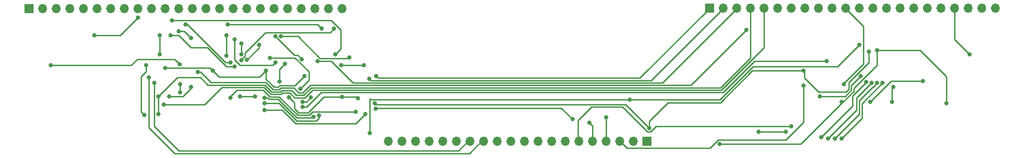
<source format=gbr>
%TF.GenerationSoftware,KiCad,Pcbnew,(6.0.0-0)*%
%TF.CreationDate,2022-01-11T21:33:16-05:00*%
%TF.ProjectId,gpr-controller-combined,6770722d-636f-46e7-9472-6f6c6c65722d,rev?*%
%TF.SameCoordinates,Original*%
%TF.FileFunction,Copper,L2,Bot*%
%TF.FilePolarity,Positive*%
%FSLAX46Y46*%
G04 Gerber Fmt 4.6, Leading zero omitted, Abs format (unit mm)*
G04 Created by KiCad (PCBNEW (6.0.0-0)) date 2022-01-11 21:33:16*
%MOMM*%
%LPD*%
G01*
G04 APERTURE LIST*
%TA.AperFunction,ComponentPad*%
%ADD10R,1.700000X1.700000*%
%TD*%
%TA.AperFunction,ComponentPad*%
%ADD11O,1.700000X1.700000*%
%TD*%
%TA.AperFunction,ViaPad*%
%ADD12C,0.800000*%
%TD*%
%TA.AperFunction,Conductor*%
%ADD13C,0.250000*%
%TD*%
G04 APERTURE END LIST*
D10*
%TO.P,J1,1,Pin_1*%
%TO.N,VCC*%
X165100000Y-72136000D03*
D11*
%TO.P,J1,2,Pin_2*%
%TO.N,GND*%
X162560000Y-72136000D03*
%TO.P,J1,3,Pin_3*%
%TO.N,~{GPR_READ}*%
X160020000Y-72136000D03*
%TO.P,J1,4,Pin_4*%
%TO.N,~{GPR_WRITE}*%
X157480000Y-72136000D03*
%TO.P,J1,5,Pin_5*%
%TO.N,CONTROL0*%
X154940000Y-72136000D03*
%TO.P,J1,6,Pin_6*%
%TO.N,CONTROL1*%
X152400000Y-72136000D03*
%TO.P,J1,7,Pin_7*%
%TO.N,CONTROL2*%
X149860000Y-72136000D03*
%TO.P,J1,8,Pin_8*%
%TO.N,CONTROL3*%
X147320000Y-72136000D03*
%TO.P,J1,9,Pin_9*%
%TO.N,CONTROL4*%
X144780000Y-72136000D03*
%TO.P,J1,10,Pin_10*%
%TO.N,CONTROL5*%
X142240000Y-72136000D03*
%TO.P,J1,11,Pin_11*%
%TO.N,CONTROL6*%
X139700000Y-72136000D03*
%TO.P,J1,12,Pin_12*%
%TO.N,CONTROL7*%
X137160000Y-72136000D03*
%TO.P,J1,13,Pin_13*%
%TO.N,CONTROL8*%
X134620000Y-72136000D03*
%TO.P,J1,14,Pin_14*%
%TO.N,CONTROL9*%
X132080000Y-72136000D03*
%TO.P,J1,15,Pin_15*%
%TO.N,CONTROL10*%
X129540000Y-72136000D03*
%TO.P,J1,16,Pin_16*%
%TO.N,CONTROL11*%
X127000000Y-72136000D03*
%TO.P,J1,17,Pin_17*%
%TO.N,CONTROL12*%
X124460000Y-72136000D03*
%TO.P,J1,18,Pin_18*%
%TO.N,CONTROL13*%
X121920000Y-72136000D03*
%TO.P,J1,19,Pin_19*%
%TO.N,CONTROL14*%
X119380000Y-72136000D03*
%TO.P,J1,20,Pin_20*%
%TO.N,CONTROL15*%
X116840000Y-72136000D03*
%TD*%
D10*
%TO.P,J2,1,Pin_1*%
%TO.N,E_EN*%
X49784000Y-47317000D03*
D11*
%TO.P,J2,2,Pin_2*%
%TO.N,~{E_OUT_BUS}*%
X52324000Y-47317000D03*
%TO.P,J2,3,Pin_3*%
%TO.N,~{E_OUT_LSB}*%
X54864000Y-47317000D03*
%TO.P,J2,4,Pin_4*%
%TO.N,~{E_OUT_MSB}*%
X57404000Y-47317000D03*
%TO.P,J2,5,Pin_5*%
%TO.N,D_EN*%
X59944000Y-47317000D03*
%TO.P,J2,6,Pin_6*%
%TO.N,~{D_OUT_BUS}*%
X62484000Y-47317000D03*
%TO.P,J2,7,Pin_7*%
%TO.N,~{D_OUT_LSB}*%
X65024000Y-47317000D03*
%TO.P,J2,8,Pin_8*%
%TO.N,~{D_OUT_MSB}*%
X67564000Y-47317000D03*
%TO.P,J2,9,Pin_9*%
%TO.N,C_EN*%
X70104000Y-47317000D03*
%TO.P,J2,10,Pin_10*%
%TO.N,~{C_OUT_BUS}*%
X72644000Y-47317000D03*
%TO.P,J2,11,Pin_11*%
%TO.N,~{C_OUT_LSB}*%
X75184000Y-47317000D03*
%TO.P,J2,12,Pin_12*%
%TO.N,~{C_OUT_MSB}*%
X77724000Y-47317000D03*
%TO.P,J2,13,Pin_13*%
%TO.N,A_EN*%
X80264000Y-47317000D03*
%TO.P,J2,14,Pin_14*%
%TO.N,~{A_OUT_BUS}*%
X82804000Y-47317000D03*
%TO.P,J2,15,Pin_15*%
%TO.N,~{A_OUT_LSB}*%
X85344000Y-47317000D03*
%TO.P,J2,16,Pin_16*%
%TO.N,~{A_OUT_MSB}*%
X87884000Y-47317000D03*
%TO.P,J2,17,Pin_17*%
%TO.N,S2_EN*%
X90424000Y-47317000D03*
%TO.P,J2,18,Pin_18*%
%TO.N,~{S2_OUT_BUS}*%
X92964000Y-47317000D03*
%TO.P,J2,19,Pin_19*%
%TO.N,~{S2_OUT_LSB}*%
X95504000Y-47317000D03*
%TO.P,J2,20,Pin_20*%
%TO.N,~{S2_OUT_MSB}*%
X98044000Y-47317000D03*
%TO.P,J2,21,Pin_21*%
%TO.N,S1_EN*%
X100584000Y-47317000D03*
%TO.P,J2,22,Pin_22*%
%TO.N,~{S1_OUT_BUS}*%
X103124000Y-47317000D03*
%TO.P,J2,23,Pin_23*%
%TO.N,~{S1_OUT_LSB}*%
X105664000Y-47317000D03*
%TO.P,J2,24,Pin_24*%
%TO.N,~{S1_OUT_MSB}*%
X108204000Y-47317000D03*
%TD*%
D10*
%TO.P,J3,1,Pin_1*%
%TO.N,TX_ADDR_OUT*%
X176779000Y-47244000D03*
D11*
%TO.P,J3,2,Pin_2*%
%TO.N,~{TX_ASSERT_MSB_MAIN}*%
X179319000Y-47244000D03*
%TO.P,J3,3,Pin_3*%
%TO.N,~{TX_ASSERT_LSB_MAIN}*%
X181859000Y-47244000D03*
%TO.P,J3,4,Pin_4*%
%TO.N,TX_LATCH_MSB*%
X184399000Y-47244000D03*
%TO.P,J3,5,Pin_5*%
%TO.N,TX_LATCH_LSB*%
X186939000Y-47244000D03*
%TO.P,J3,6,Pin_6*%
%TO.N,TX_BUS_SELECT*%
X189479000Y-47244000D03*
%TO.P,J3,7,Pin_7*%
%TO.N,~{BO_S3}*%
X192019000Y-47244000D03*
%TO.P,J3,8,Pin_8*%
%TO.N,~{LD_S3}*%
X194559000Y-47244000D03*
%TO.P,J3,9,Pin_9*%
%TO.N,~{INC_S3}*%
X197099000Y-47244000D03*
%TO.P,J3,10,Pin_10*%
%TO.N,~{DEC_S3}*%
X199639000Y-47244000D03*
%TO.P,J3,11,Pin_11*%
%TO.N,~{BO_S4}*%
X202179000Y-47244000D03*
%TO.P,J3,12,Pin_12*%
%TO.N,~{LD_S4}*%
X204719000Y-47244000D03*
%TO.P,J3,13,Pin_13*%
%TO.N,~{INC_S4}*%
X207259000Y-47244000D03*
%TO.P,J3,14,Pin_14*%
%TO.N,~{DEC_S4}*%
X209799000Y-47244000D03*
%TO.P,J3,15,Pin_15*%
%TO.N,~{BO_F}*%
X212339000Y-47244000D03*
%TO.P,J3,16,Pin_16*%
%TO.N,~{LD_F}*%
X214879000Y-47244000D03*
%TO.P,J3,17,Pin_17*%
%TO.N,~{INC_F}*%
X217419000Y-47244000D03*
%TO.P,J3,18,Pin_18*%
%TO.N,~{DEC_F}*%
X219959000Y-47244000D03*
%TO.P,J3,19,Pin_19*%
%TO.N,~{BO_G}*%
X222499000Y-47244000D03*
%TO.P,J3,20,Pin_20*%
%TO.N,~{LD_G}*%
X225039000Y-47244000D03*
%TO.P,J3,21,Pin_21*%
%TO.N,~{INC_G}*%
X227579000Y-47244000D03*
%TO.P,J3,22,Pin_22*%
%TO.N,~{DEC_G}*%
X230119000Y-47244000D03*
%TD*%
D12*
%TO.N,~{GPR_WRITE}*%
X157500000Y-67600000D03*
X161900000Y-64300000D03*
%TO.N,CONTROL0*%
X154350000Y-68650000D03*
%TO.N,VCC*%
X114300000Y-65024500D03*
X111200000Y-64100000D03*
X101200000Y-59900000D03*
X92000000Y-63700000D03*
X165500000Y-69624500D03*
X194300000Y-58900000D03*
%TO.N,GND*%
X178700000Y-72600000D03*
X114481195Y-66007442D03*
X151200000Y-68000000D03*
X53853000Y-57907000D03*
X100412760Y-62307042D03*
X94800000Y-56500000D03*
X100890970Y-64713750D03*
X102392396Y-63928210D03*
X77900000Y-57695500D03*
%TO.N,~{E_OUT_BUS}*%
X97536000Y-57658000D03*
X96526219Y-60978570D03*
%TO.N,~{E_OUT_LSB}*%
X112248866Y-57874500D03*
X108025026Y-57918294D03*
%TO.N,~{E_OUT_MSB}*%
X74168000Y-52324000D03*
X74168000Y-55880000D03*
%TO.N,~{D_OUT_MSB}*%
X88138000Y-58166000D03*
X76200000Y-52324000D03*
%TO.N,C_EN*%
X70104000Y-49022000D03*
X61976000Y-52324000D03*
%TO.N,~{C_OUT_BUS}*%
X80010000Y-52832000D03*
X89408000Y-53848000D03*
X89408000Y-55880000D03*
X77724000Y-51562000D03*
%TO.N,~{C_OUT_LSB}*%
X76454000Y-49530000D03*
X106934000Y-55880927D03*
%TO.N,~{C_OUT_MSB}*%
X78994000Y-50292000D03*
X87376000Y-57404000D03*
%TO.N,~{A_OUT_BUS}*%
X88138000Y-53086000D03*
X95745166Y-57403220D03*
%TO.N,~{A_OUT_LSB}*%
X86868000Y-50292000D03*
X104394000Y-51054000D03*
%TO.N,~{A_OUT_MSB}*%
X86614000Y-56134000D03*
X86614000Y-52324000D03*
%TO.N,~{S2_OUT_BUS}*%
X95761949Y-52515549D03*
X100702299Y-56777701D03*
%TO.N,~{S2_OUT_LSB}*%
X109580552Y-56425500D03*
X96774000Y-52503001D03*
%TO.N,~{S2_OUT_MSB}*%
X92710000Y-54102000D03*
X90451359Y-56894035D03*
%TO.N,~{S1_OUT_MSB}*%
X89454424Y-56965636D03*
X106694290Y-51076888D03*
%TO.N,TX_ADDR_OUT*%
X114554000Y-59944000D03*
%TO.N,~{TX_ASSERT_MSB_MAIN}*%
X113284000Y-60452000D03*
%TO.N,~{TX_ASSERT_LSB_MAIN}*%
X103632000Y-57150000D03*
%TO.N,TX_LATCH_MSB*%
X73914000Y-67056000D03*
X73914000Y-63754000D03*
%TO.N,TX_LATCH_LSB*%
X74930000Y-65278000D03*
%TO.N,TX_BUS_SELECT*%
X75946000Y-63754000D03*
X81280000Y-59182000D03*
X80010000Y-61976000D03*
X183642000Y-51308000D03*
%TO.N,~{BO_S4}*%
X201875500Y-61476211D03*
%TO.N,~{LD_S4}*%
X211074000Y-61976000D03*
X210820000Y-64770000D03*
%TO.N,~{BO_F}*%
X205034412Y-59890187D03*
X197358000Y-63754000D03*
%TO.N,~{LD_F}*%
X216624500Y-60879667D03*
X206756000Y-64770000D03*
%TO.N,~{BO_G}*%
X225298000Y-55880000D03*
%TO.N,CONTROL0*%
X112522000Y-67056000D03*
X185928000Y-70358000D03*
X191008000Y-70358000D03*
X93726000Y-66294000D03*
%TO.N,CONTROL1*%
X103886000Y-67324500D03*
X93726000Y-65024000D03*
X192024000Y-69342000D03*
%TO.N,CONTROL2*%
X93721701Y-64003701D03*
X102870000Y-67564000D03*
%TO.N,/~{BUS8_ASSERT_EN}*%
X100836213Y-65711752D03*
X198628000Y-57150000D03*
%TO.N,VCC*%
X71628000Y-57912000D03*
X93980000Y-58928000D03*
X206502000Y-55372000D03*
X108229022Y-63824500D03*
X75184000Y-58420000D03*
X84074000Y-58928000D03*
X98295441Y-63926505D03*
X89154000Y-63754000D03*
X71271000Y-67207000D03*
%TO.N,GND*%
X201422000Y-64770000D03*
X208026000Y-55118000D03*
X220980000Y-65024000D03*
%TO.N,/~{RR_BUS16_ASSERT_EN}*%
X110744000Y-66623948D03*
X87376000Y-64008000D03*
%TO.N,CONTROL8*%
X72136000Y-60198000D03*
%TO.N,CONTROL9*%
X73152000Y-61214000D03*
%TO.N,Net-(U5-Pad18)*%
X77978000Y-61468000D03*
X77978000Y-62992000D03*
%TO.N,~{GPR_WRITE}*%
X204724000Y-54102000D03*
X113418452Y-70600989D03*
%TO.N,CONTROL15*%
X209054988Y-61226988D03*
X201422000Y-71628000D03*
%TO.N,CONTROL14*%
X200152000Y-71628000D03*
X208039154Y-61218224D03*
%TO.N,CONTROL13*%
X207039687Y-61226723D03*
X198882000Y-71628000D03*
%TO.N,CONTROL12*%
X197612000Y-71374000D03*
X206030221Y-60993727D03*
%TO.N,~{GPR_READ}*%
X194310000Y-61722000D03*
%TD*%
D13*
%TO.N,~{GPR_WRITE}*%
X157480000Y-72136000D02*
X157480000Y-67620000D01*
X157480000Y-67620000D02*
X157500000Y-67600000D01*
X161900000Y-64300000D02*
X113561504Y-64300000D01*
%TO.N,CONTROL0*%
X154350000Y-68650000D02*
X154940000Y-69240000D01*
X154940000Y-69240000D02*
X154940000Y-72136000D01*
%TO.N,CONTROL1*%
X192024000Y-69342000D02*
X166807100Y-69342000D01*
X152290000Y-68210000D02*
X152290000Y-71907000D01*
X166807100Y-69342000D02*
X165800099Y-70349001D01*
X154800000Y-65700000D02*
X152290000Y-68210000D01*
X160550900Y-65700000D02*
X154800000Y-65700000D01*
X165800099Y-70349001D02*
X165199901Y-70349001D01*
X165199901Y-70349001D02*
X160550900Y-65700000D01*
%TO.N,VCC*%
X114300000Y-65024500D02*
X114525989Y-65250489D01*
X161125989Y-65250489D02*
X165500000Y-69624500D01*
X114525989Y-65250489D02*
X161125989Y-65250489D01*
X178800000Y-64900000D02*
X169000000Y-64900000D01*
X184800000Y-58900000D02*
X178800000Y-64900000D01*
X194300000Y-58900000D02*
X184800000Y-58900000D01*
X169000000Y-64900000D02*
X165500000Y-68400000D01*
X165500000Y-68400000D02*
X165500000Y-69624500D01*
%TO.N,~{GPR_WRITE}*%
X113418452Y-64156948D02*
X113418452Y-70600989D01*
%TO.N,GND*%
X151200000Y-68000000D02*
X149100000Y-65900000D01*
X114588637Y-65900000D02*
X114481195Y-66007442D01*
%TO.N,~{GPR_WRITE}*%
X184888797Y-58175499D02*
X178764296Y-64300000D01*
X113561504Y-64300000D02*
X113418452Y-64156948D01*
X200650501Y-58175499D02*
X184888797Y-58175499D01*
%TO.N,GND*%
X149100000Y-65900000D02*
X114588637Y-65900000D01*
%TO.N,~{GPR_WRITE}*%
X204724000Y-54102000D02*
X200650501Y-58175499D01*
X178764296Y-64300000D02*
X161900000Y-64300000D01*
%TO.N,VCC*%
X108229022Y-63824500D02*
X110924500Y-63824500D01*
X110924500Y-63824500D02*
X111200000Y-64100000D01*
X93980000Y-58928000D02*
X92808000Y-60100000D01*
X92808000Y-60100000D02*
X85246000Y-60100000D01*
X85246000Y-60100000D02*
X84074000Y-58928000D01*
%TO.N,CONTROL1*%
X93726000Y-65024000D02*
X96416888Y-65024000D01*
X99718888Y-68326000D02*
X103378000Y-68326000D01*
X96416888Y-65024000D02*
X99718888Y-68326000D01*
X103378000Y-68326000D02*
X103886000Y-67818000D01*
X103886000Y-67818000D02*
X103886000Y-67324500D01*
%TO.N,/~{RR_BUS16_ASSERT_EN}*%
X87376000Y-63754000D02*
X88558586Y-62571414D01*
X102735704Y-66600000D02*
X110720052Y-66600000D01*
%TO.N,VCC*%
X99300000Y-66000000D02*
X100100000Y-66800000D01*
%TO.N,CONTROL2*%
X102870000Y-67564000D02*
X102734980Y-67699020D01*
%TO.N,/~{RR_BUS16_ASSERT_EN}*%
X96462340Y-63798044D02*
X99913807Y-67249511D01*
X102086194Y-67249510D02*
X102735704Y-66600000D01*
X88558586Y-62571414D02*
X93528598Y-62571414D01*
%TO.N,VCC*%
X104875500Y-63824500D02*
X108229022Y-63824500D01*
%TO.N,CONTROL2*%
X94325181Y-64003701D02*
X93721701Y-64003701D01*
%TO.N,VCC*%
X99300000Y-64931064D02*
X99300000Y-66000000D01*
%TO.N,/~{RR_BUS16_ASSERT_EN}*%
X110720052Y-66600000D02*
X110744000Y-66623948D01*
X99913807Y-67249511D02*
X102086194Y-67249510D01*
%TO.N,CONTROL2*%
X102734980Y-67699020D02*
X99727612Y-67699020D01*
%TO.N,/~{RR_BUS16_ASSERT_EN}*%
X94755228Y-63798044D02*
X96462340Y-63798044D01*
%TO.N,CONTROL2*%
X96276147Y-64247555D02*
X94569034Y-64247554D01*
X94569034Y-64247554D02*
X94325181Y-64003701D01*
%TO.N,/~{RR_BUS16_ASSERT_EN}*%
X87376000Y-64008000D02*
X87376000Y-63754000D01*
X93528598Y-62571414D02*
X94755228Y-63798044D01*
%TO.N,CONTROL2*%
X99727612Y-67699020D02*
X96276147Y-64247555D01*
%TO.N,VCC*%
X100100000Y-66800000D02*
X101900000Y-66800000D01*
X98295441Y-63926505D02*
X99300000Y-64931064D01*
X101900000Y-66800000D02*
X104875500Y-63824500D01*
%TO.N,TX_LATCH_MSB*%
X96965275Y-62599021D02*
X97665275Y-62599021D01*
X98827609Y-62599017D02*
X99709645Y-63481053D01*
X99709645Y-63481053D02*
X101062788Y-63481053D01*
%TO.N,TX_BUS_SELECT*%
X99230624Y-62149506D02*
X100112660Y-63031542D01*
%TO.N,TX_LATCH_MSB*%
X97665275Y-62599021D02*
X97665278Y-62599018D01*
%TO.N,TX_BUS_SELECT*%
X81788000Y-59182000D02*
X83741469Y-61135469D01*
%TO.N,TX_LATCH_MSB*%
X184399000Y-56520704D02*
X184399000Y-47317000D01*
%TO.N,TX_BUS_SELECT*%
X97379087Y-62149507D02*
X97479078Y-62149510D01*
%TO.N,TX_LATCH_MSB*%
X101062788Y-63481053D02*
X102450863Y-62092978D01*
X93813572Y-61584980D02*
X95127612Y-62899020D01*
X96665276Y-62899020D02*
X96965275Y-62599021D01*
X95127612Y-62899020D02*
X96665276Y-62899020D01*
%TO.N,TX_BUS_SELECT*%
X173306533Y-61643467D02*
X183642000Y-51308000D01*
%TO.N,TX_LATCH_MSB*%
X178826726Y-62092978D02*
X184399000Y-56520704D01*
X83174980Y-61584980D02*
X93813572Y-61584980D01*
X73914000Y-63754000D02*
X77470000Y-60198000D01*
%TO.N,VCC*%
X99400004Y-61699996D02*
X96592894Y-61699996D01*
%TO.N,TX_BUS_SELECT*%
X102264670Y-61643467D02*
X173306533Y-61643467D01*
X100876594Y-63031543D02*
X102264670Y-61643467D01*
%TO.N,TX_LATCH_MSB*%
X81788000Y-60198000D02*
X83174980Y-61584980D01*
%TO.N,TX_BUS_SELECT*%
X100112660Y-63031542D02*
X100876594Y-63031543D01*
%TO.N,VCC*%
X96292889Y-62000000D02*
X95499998Y-61999998D01*
%TO.N,TX_BUS_SELECT*%
X97479081Y-62149507D02*
X99230624Y-62149506D01*
X97479078Y-62149510D02*
X97479081Y-62149507D01*
%TO.N,TX_LATCH_MSB*%
X102450863Y-62092978D02*
X178826726Y-62092978D01*
%TO.N,TX_BUS_SELECT*%
X83741469Y-61135469D02*
X93999766Y-61135470D01*
X96479082Y-62449510D02*
X96779082Y-62149510D01*
%TO.N,VCC*%
X101200000Y-59900000D02*
X99400004Y-61699996D01*
X96592894Y-61699996D02*
X96292889Y-62000000D01*
%TO.N,TX_BUS_SELECT*%
X95313805Y-62449509D02*
X96479082Y-62449510D01*
X93999766Y-61135470D02*
X95313805Y-62449509D01*
%TO.N,TX_LATCH_MSB*%
X97665278Y-62599018D02*
X98827609Y-62599017D01*
%TO.N,TX_BUS_SELECT*%
X96779082Y-62149510D02*
X97379084Y-62149510D01*
X97379084Y-62149510D02*
X97379087Y-62149507D01*
X81280000Y-59182000D02*
X81788000Y-59182000D01*
%TO.N,TX_LATCH_MSB*%
X77470000Y-60198000D02*
X81788000Y-60198000D01*
%TO.N,VCC*%
X95499998Y-61999998D02*
X93980000Y-60480000D01*
X93980000Y-60480000D02*
X93980000Y-58928000D01*
%TO.N,TX_LATCH_LSB*%
X102693216Y-62542488D02*
X179012920Y-62542488D01*
%TO.N,~{E_OUT_BUS}*%
X97536000Y-57658000D02*
X96526219Y-58667781D01*
X96526219Y-58667781D02*
X96526219Y-60978570D01*
%TO.N,TX_LATCH_LSB*%
X98445476Y-63048531D02*
X99346456Y-63949511D01*
X94941419Y-63348531D02*
X96851469Y-63348531D01*
X74930000Y-65278000D02*
X82551409Y-65278000D01*
X186939000Y-54616408D02*
X186939000Y-47317000D01*
X85794919Y-62034490D02*
X93627378Y-62034490D01*
X99346456Y-63949511D02*
X101286193Y-63949511D01*
X101286193Y-63949511D02*
X102693216Y-62542488D01*
X82551409Y-65278000D02*
X85794919Y-62034490D01*
X93627378Y-62034490D02*
X94941419Y-63348531D01*
X96851469Y-63348531D02*
X97151469Y-63048531D01*
X97151469Y-63048531D02*
X98445476Y-63048531D01*
X179012920Y-62542488D02*
X186939000Y-54616408D01*
%TO.N,GND*%
X94800000Y-56500000D02*
X99400000Y-56500000D01*
X99400000Y-56500000D02*
X102000000Y-59100000D01*
X102000000Y-59100000D02*
X102000000Y-60719802D01*
X102000000Y-60719802D02*
X100412760Y-62307042D01*
%TO.N,~{S2_OUT_BUS}*%
X99975088Y-56050490D02*
X100702299Y-56777701D01*
X99296890Y-56050490D02*
X99975088Y-56050490D01*
X95761949Y-52515549D02*
X99296890Y-56050490D01*
%TO.N,VCC*%
X89208000Y-63700000D02*
X89154000Y-63754000D01*
X92000000Y-63700000D02*
X89208000Y-63700000D01*
%TO.N,GND*%
X70000000Y-56800000D02*
X77004500Y-56800000D01*
X68893000Y-57907000D02*
X70000000Y-56800000D01*
X53853000Y-57907000D02*
X68893000Y-57907000D01*
X77004500Y-56800000D02*
X77900000Y-57695500D01*
%TO.N,VCC*%
X83566000Y-58420000D02*
X84074000Y-58928000D01*
X75184000Y-58420000D02*
X83566000Y-58420000D01*
X71628000Y-57912000D02*
X71628000Y-59072000D01*
X71628000Y-59072000D02*
X70700000Y-60000000D01*
X70700000Y-66636000D02*
X71271000Y-67207000D01*
X70700000Y-60000000D02*
X70700000Y-66636000D01*
X194500000Y-59100000D02*
X194300000Y-58900000D01*
X194500000Y-60300000D02*
X194500000Y-59100000D01*
%TO.N,CONTROL12*%
X206030221Y-61076891D02*
X206030221Y-60993727D01*
%TO.N,GND*%
X203699021Y-62772387D02*
X201701408Y-64770000D01*
%TO.N,VCC*%
X202800000Y-61100000D02*
X202800000Y-62400000D01*
%TO.N,GND*%
X208026000Y-55118000D02*
X208026000Y-57923199D01*
X203699022Y-62250177D02*
X203699021Y-62772387D01*
%TO.N,CONTROL12*%
X197612000Y-71374000D02*
X203454000Y-65532000D01*
%TO.N,VCC*%
X206502000Y-55372000D02*
X206502000Y-57398000D01*
%TO.N,~{BO_F}*%
X202081704Y-63754000D02*
X203249511Y-62586193D01*
%TO.N,GND*%
X201701408Y-64770000D02*
X201422000Y-64770000D01*
%TO.N,VCC*%
X206502000Y-57398000D02*
X203200000Y-60700000D01*
%TO.N,CONTROL12*%
X203454000Y-65532000D02*
X203454000Y-63653112D01*
%TO.N,~{BO_F}*%
X203249511Y-62586193D02*
X203249511Y-61675088D01*
%TO.N,VCC*%
X197100000Y-62900000D02*
X194500000Y-60300000D01*
%TO.N,~{BO_F}*%
X203249511Y-61675088D02*
X205034412Y-59890187D01*
X197358000Y-63754000D02*
X202081704Y-63754000D01*
%TO.N,GND*%
X208026000Y-57923199D02*
X203699022Y-62250177D01*
%TO.N,CONTROL12*%
X203454000Y-63653112D02*
X206030221Y-61076891D01*
%TO.N,VCC*%
X202800000Y-62400000D02*
X202300000Y-62900000D01*
%TO.N,~{BO_S4}*%
X205486000Y-57678296D02*
X201875500Y-61288796D01*
X201875500Y-61288796D02*
X201875500Y-61476211D01*
%TO.N,VCC*%
X202300000Y-62900000D02*
X199900000Y-62900000D01*
%TO.N,~{BO_S4}*%
X205486000Y-50624000D02*
X205486000Y-57678296D01*
X202179000Y-47317000D02*
X205486000Y-50624000D01*
%TO.N,VCC*%
X203200000Y-60700000D02*
X202800000Y-61100000D01*
X199900000Y-62900000D02*
X197100000Y-62900000D01*
%TO.N,~{GPR_READ}*%
X161353489Y-73350489D02*
X159910000Y-71907000D01*
X176924911Y-73350489D02*
X161353489Y-73350489D01*
X178399901Y-71875499D02*
X176924911Y-73350489D01*
X194310000Y-68580000D02*
X191014501Y-71875499D01*
%TO.N,GND*%
X201422000Y-64978000D02*
X195000000Y-71400000D01*
%TO.N,~{GPR_READ}*%
X194310000Y-61722000D02*
X194310000Y-68580000D01*
%TO.N,GND*%
X193800000Y-72600000D02*
X178700000Y-72600000D01*
X195000000Y-71400000D02*
X193800000Y-72600000D01*
%TO.N,~{GPR_READ}*%
X191014501Y-71875499D02*
X178399901Y-71875499D01*
%TO.N,GND*%
X201422000Y-64770000D02*
X201422000Y-64978000D01*
X208026000Y-55118000D02*
X216118000Y-55118000D01*
X216118000Y-55118000D02*
X220980000Y-59980000D01*
X220980000Y-59980000D02*
X220980000Y-65024000D01*
X100890970Y-64713750D02*
X101606856Y-64713750D01*
%TO.N,/~{BUS8_ASSERT_EN}*%
X198628000Y-57150000D02*
X185166000Y-57150000D01*
X104353206Y-62992000D02*
X101633454Y-65711752D01*
X185166000Y-57150000D02*
X179324000Y-62992000D01*
%TO.N,GND*%
X101606856Y-64713750D02*
X102392396Y-63928210D01*
%TO.N,/~{BUS8_ASSERT_EN}*%
X101633454Y-65711752D02*
X100836213Y-65711752D01*
X179324000Y-62992000D02*
X104353206Y-62992000D01*
%TO.N,~{E_OUT_LSB}*%
X112205072Y-57918294D02*
X112248866Y-57874500D01*
X108025026Y-57918294D02*
X112205072Y-57918294D01*
%TO.N,~{E_OUT_MSB}*%
X74168000Y-55880000D02*
X74168000Y-52324000D01*
%TO.N,~{D_OUT_MSB}*%
X80010000Y-54610000D02*
X81534000Y-54610000D01*
X76200000Y-52324000D02*
X77724000Y-52324000D01*
X87630000Y-58166000D02*
X88138000Y-58166000D01*
X86106000Y-57658000D02*
X86614000Y-58166000D01*
X77724000Y-52324000D02*
X79248000Y-53848000D01*
X79248000Y-53848000D02*
X80010000Y-54610000D01*
X81534000Y-54610000D02*
X83058000Y-54610000D01*
X83058000Y-54610000D02*
X86106000Y-57658000D01*
X86614000Y-58166000D02*
X87630000Y-58166000D01*
%TO.N,C_EN*%
X70104000Y-49022000D02*
X66802000Y-52324000D01*
X66802000Y-52324000D02*
X61976000Y-52324000D01*
%TO.N,~{C_OUT_BUS}*%
X78740000Y-51562000D02*
X80010000Y-52832000D01*
X89408000Y-55880000D02*
X89408000Y-53848000D01*
X77724000Y-51562000D02*
X78740000Y-51562000D01*
%TO.N,~{C_OUT_LSB}*%
X107950000Y-54864927D02*
X106934000Y-55880927D01*
X106172000Y-49530000D02*
X107950000Y-51308000D01*
X107950000Y-51308000D02*
X107950000Y-54864927D01*
X76454000Y-49530000D02*
X106172000Y-49530000D01*
%TO.N,~{C_OUT_MSB}*%
X86487704Y-57404000D02*
X87376000Y-57404000D01*
X79375704Y-50292000D02*
X86487704Y-57404000D01*
X78994000Y-50292000D02*
X79375704Y-50292000D01*
%TO.N,~{A_OUT_BUS}*%
X89162600Y-57912000D02*
X95236386Y-57912000D01*
X88138000Y-56887400D02*
X89162600Y-57912000D01*
X88138000Y-53086000D02*
X88138000Y-56887400D01*
X95236386Y-57912000D02*
X95745166Y-57403220D01*
%TO.N,~{A_OUT_LSB}*%
X103632000Y-50292000D02*
X104394000Y-51054000D01*
X86868000Y-50292000D02*
X103632000Y-50292000D01*
%TO.N,~{A_OUT_MSB}*%
X86614000Y-52324000D02*
X86614000Y-56134000D01*
%TO.N,~{S2_OUT_LSB}*%
X96774000Y-52503001D02*
X100009601Y-52503001D01*
X109400625Y-56605427D02*
X109580552Y-56425500D01*
X100009601Y-52503001D02*
X104112027Y-56605427D01*
X104112027Y-56605427D02*
X109400625Y-56605427D01*
%TO.N,~{S2_OUT_MSB}*%
X92710000Y-54102000D02*
X92710000Y-54635394D01*
X92710000Y-54635394D02*
X90451359Y-56894035D01*
%TO.N,~{S1_OUT_MSB}*%
X106694290Y-51076888D02*
X105992677Y-51778501D01*
X90132501Y-56180099D02*
X89454424Y-56858176D01*
X93933901Y-51778501D02*
X90132501Y-55579901D01*
X89454424Y-56858176D02*
X89454424Y-56965636D01*
X105992677Y-51778501D02*
X93933901Y-51778501D01*
X90132501Y-55579901D02*
X90132501Y-56180099D01*
%TO.N,TX_ADDR_OUT*%
X114904939Y-60294939D02*
X114554000Y-59944000D01*
X176779000Y-47317000D02*
X163801062Y-60294938D01*
X163801062Y-60294938D02*
X114904939Y-60294939D01*
%TO.N,~{TX_ASSERT_MSB_MAIN}*%
X179319000Y-47317000D02*
X165891551Y-60744449D01*
X113576449Y-60744449D02*
X113284000Y-60452000D01*
X165891551Y-60744449D02*
X113576449Y-60744449D01*
%TO.N,~{TX_ASSERT_LSB_MAIN}*%
X110218771Y-61193956D02*
X167982044Y-61193956D01*
X106174815Y-57150000D02*
X110218771Y-61193956D01*
X167982044Y-61193956D02*
X181859000Y-47317000D01*
X103632000Y-57150000D02*
X106174815Y-57150000D01*
%TO.N,TX_LATCH_MSB*%
X73914000Y-63754000D02*
X73914000Y-67056000D01*
%TO.N,TX_BUS_SELECT*%
X75946000Y-63754000D02*
X78486000Y-63754000D01*
X80010000Y-62230000D02*
X80010000Y-61976000D01*
X78486000Y-63754000D02*
X80010000Y-62230000D01*
%TO.N,~{LD_S4}*%
X210820000Y-62230000D02*
X210820000Y-64770000D01*
X211074000Y-61976000D02*
X210820000Y-62230000D01*
%TO.N,~{LD_F}*%
X206756000Y-64770000D02*
X210646333Y-60879667D01*
X210646333Y-60879667D02*
X216624500Y-60879667D01*
%TO.N,~{BO_G}*%
X225298000Y-55880000D02*
X222504000Y-53086000D01*
X222499000Y-51303000D02*
X222499000Y-47317000D01*
X222504000Y-53086000D02*
X222504000Y-51308000D01*
X222504000Y-51308000D02*
X222499000Y-51303000D01*
%TO.N,CONTROL0*%
X110744000Y-68834000D02*
X112522000Y-67056000D01*
X191008000Y-70358000D02*
X185928000Y-70358000D01*
X97028000Y-66294000D02*
X98044000Y-67310000D01*
X98044000Y-67310000D02*
X99568000Y-68834000D01*
X103886000Y-68834000D02*
X110744000Y-68834000D01*
X93726000Y-66294000D02*
X97028000Y-66294000D01*
X99568000Y-68834000D02*
X103886000Y-68834000D01*
%TO.N,CONTROL8*%
X131995000Y-74422000D02*
X134510000Y-71907000D01*
X76962000Y-74422000D02*
X131995000Y-74422000D01*
X72136000Y-69596000D02*
X76962000Y-74422000D01*
X72136000Y-60198000D02*
X72136000Y-69596000D01*
%TO.N,CONTROL9*%
X77724000Y-73914000D02*
X129963000Y-73914000D01*
X73152000Y-62484000D02*
X73152000Y-69342000D01*
X73152000Y-62484000D02*
X73152000Y-61214000D01*
X73152000Y-69342000D02*
X77724000Y-73914000D01*
X129963000Y-73914000D02*
X131970000Y-71907000D01*
%TO.N,Net-(U5-Pad18)*%
X77978000Y-62992000D02*
X77978000Y-61468000D01*
%TO.N,CONTROL15*%
X205232000Y-67818000D02*
X205232000Y-65049976D01*
X201422000Y-71628000D02*
X205232000Y-67818000D01*
X205232000Y-65049976D02*
X209054988Y-61226988D01*
%TO.N,CONTROL14*%
X207764188Y-61484410D02*
X208030374Y-61218224D01*
X207764188Y-61526822D02*
X207764188Y-61484410D01*
X200152000Y-71628000D02*
X204724000Y-67056000D01*
X207297374Y-61951224D02*
X207339786Y-61951224D01*
X204724000Y-64524598D02*
X207297374Y-61951224D01*
X204724000Y-67056000D02*
X204724000Y-64524598D01*
X208030374Y-61218224D02*
X208039154Y-61218224D01*
X207339786Y-61951224D02*
X207764188Y-61526822D01*
%TO.N,CONTROL13*%
X207039687Y-61226723D02*
X206997277Y-61226723D01*
X204216000Y-65278000D02*
X204216000Y-66294000D01*
X204216000Y-64008000D02*
X204216000Y-65278000D01*
X199390000Y-71120000D02*
X198882000Y-71628000D01*
X204724000Y-63500000D02*
X204216000Y-64008000D01*
X204216000Y-66294000D02*
X199390000Y-71120000D01*
X206997277Y-61226723D02*
X204724000Y-63500000D01*
%TD*%
M02*

</source>
